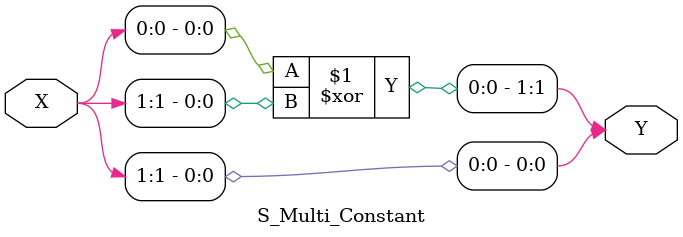
<source format=v>
module S_Multi_Constant(X,Y);
  input [1:0]X;
  output[1:0]Y;
  xor x1(Y[1],X[0],X[1]);
  assign Y[0]=X[1];
endmodule
</source>
